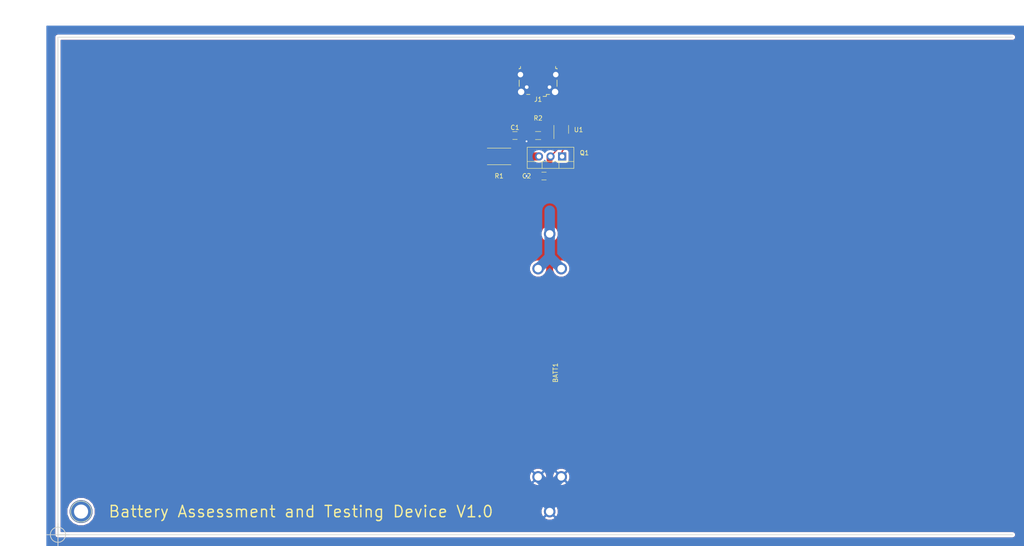
<source format=kicad_pcb>
(kicad_pcb (version 4) (host pcbnew 4.0.7)

  (general
    (links 26)
    (no_connects 12)
    (area 55.804999 38.024999 265.505001 147.395001)
    (thickness 1.6)
    (drawings 8)
    (tracks 39)
    (zones 0)
    (modules 9)
    (nets 7)
  )

  (page A4)
  (layers
    (0 F.Cu signal)
    (31 B.Cu signal)
    (32 B.Adhes user)
    (33 F.Adhes user)
    (34 B.Paste user)
    (35 F.Paste user)
    (36 B.SilkS user)
    (37 F.SilkS user)
    (38 B.Mask user)
    (39 F.Mask user)
    (40 Dwgs.User user)
    (41 Cmts.User user)
    (42 Eco1.User user)
    (43 Eco2.User user)
    (44 Edge.Cuts user)
    (45 Margin user)
    (46 B.CrtYd user)
    (47 F.CrtYd user)
    (48 B.Fab user)
    (49 F.Fab user)
  )

  (setup
    (last_trace_width 0.25)
    (trace_clearance 0.2)
    (zone_clearance 0.508)
    (zone_45_only no)
    (trace_min 0.2)
    (segment_width 0.2)
    (edge_width 0.15)
    (via_size 0.7)
    (via_drill 0.4)
    (via_min_size 0.4)
    (via_min_drill 0.3)
    (uvia_size 0.3)
    (uvia_drill 0.1)
    (uvias_allowed no)
    (uvia_min_size 0.2)
    (uvia_min_drill 0.1)
    (pcb_text_width 0.3)
    (pcb_text_size 1.5 1.5)
    (mod_edge_width 0.15)
    (mod_text_size 1 1)
    (mod_text_width 0.15)
    (pad_size 1.52 1.52)
    (pad_drill 0.91)
    (pad_to_mask_clearance 0.2)
    (aux_axis_origin 55.88 147.32)
    (grid_origin 55.88 147.32)
    (visible_elements 7FFE7FFF)
    (pcbplotparams
      (layerselection 0x000f0_80000001)
      (usegerberextensions false)
      (excludeedgelayer true)
      (linewidth 0.100000)
      (plotframeref false)
      (viasonmask false)
      (mode 1)
      (useauxorigin false)
      (hpglpennumber 1)
      (hpglpenspeed 20)
      (hpglpendiameter 15)
      (hpglpenoverlay 2)
      (psnegative false)
      (psa4output false)
      (plotreference true)
      (plotvalue true)
      (plotinvisibletext false)
      (padsonsilk false)
      (subtractmaskfromsilk false)
      (outputformat 1)
      (mirror false)
      (drillshape 0)
      (scaleselection 1)
      (outputdirectory "Gerber Export/"))
  )

  (net 0 "")
  (net 1 +5V)
  (net 2 GND)
  (net 3 "Net-(J1-Pad2)")
  (net 4 "Net-(BATT1-Pad1)")
  (net 5 "Net-(Q1-Pad1)")
  (net 6 "Net-(Q1-Pad3)")

  (net_class Default "This is the default net class."
    (clearance 0.2)
    (trace_width 0.25)
    (via_dia 0.7)
    (via_drill 0.4)
    (uvia_dia 0.3)
    (uvia_drill 0.1)
    (add_net +5V)
    (add_net GND)
    (add_net "Net-(BATT1-Pad1)")
    (add_net "Net-(J1-Pad2)")
    (add_net "Net-(Q1-Pad1)")
    (add_net "Net-(Q1-Pad3)")
  )

  (module Library:18650 (layer F.Cu) (tedit 5A05D6D7) (tstamp 5A0627FE)
    (at 163.83 111.76 270)
    (path /5A681A3E)
    (fp_text reference BATT1 (at 0 -1.27 270) (layer F.SilkS)
      (effects (font (size 1 1) (thickness 0.15)))
    )
    (fp_text value Battery_Cell (at 0 -2.54 270) (layer F.Fab)
      (effects (font (size 1 1) (thickness 0.15)))
    )
    (pad 2 thru_hole circle (at 30.48 0 270) (size 2.54 2.54) (drill 1.651) (layers *.Cu *.Mask)
      (net 2 GND))
    (pad 2 thru_hole circle (at 22.86 2.54 270) (size 2.54 2.54) (drill 1.651) (layers *.Cu *.Mask)
      (net 2 GND))
    (pad 2 thru_hole circle (at 22.86 -2.54 270) (size 2.54 2.54) (drill 1.651) (layers *.Cu *.Mask)
      (net 2 GND))
    (pad 1 thru_hole circle (at -30.48 0 270) (size 2.54 2.54) (drill 1.651) (layers *.Cu *.Mask)
      (net 4 "Net-(BATT1-Pad1)"))
    (pad 1 thru_hole circle (at -22.86 2.54 270) (size 2.54 2.54) (drill 1.651) (layers *.Cu *.Mask)
      (net 4 "Net-(BATT1-Pad1)"))
    (pad 1 thru_hole circle (at -22.86 -2.54 270) (size 2.54 2.54) (drill 1.651) (layers *.Cu *.Mask)
      (net 4 "Net-(BATT1-Pad1)"))
  )

  (module Capacitors_SMD:C_0805_HandSoldering (layer F.Cu) (tedit 5A6804FE) (tstamp 5A04C40A)
    (at 156.21 59.69)
    (descr "Capacitor SMD 0805, hand soldering")
    (tags "capacitor 0805")
    (path /5A680F68)
    (attr smd)
    (fp_text reference C1 (at 0 -1.75) (layer F.SilkS)
      (effects (font (size 1 1) (thickness 0.15)))
    )
    (fp_text value 10uF (at 0 1.75) (layer F.Fab)
      (effects (font (size 1 1) (thickness 0.15)))
    )
    (fp_text user %R (at 0 -1.75 180) (layer F.Fab)
      (effects (font (size 1 1) (thickness 0.15)))
    )
    (fp_line (start -1 0.62) (end -1 -0.62) (layer F.Fab) (width 0.1))
    (fp_line (start 1 0.62) (end -1 0.62) (layer F.Fab) (width 0.1))
    (fp_line (start 1 -0.62) (end 1 0.62) (layer F.Fab) (width 0.1))
    (fp_line (start -1 -0.62) (end 1 -0.62) (layer F.Fab) (width 0.1))
    (fp_line (start 0.5 -0.85) (end -0.5 -0.85) (layer F.SilkS) (width 0.12))
    (fp_line (start -0.5 0.85) (end 0.5 0.85) (layer F.SilkS) (width 0.12))
    (fp_line (start -2.25 -0.88) (end 2.25 -0.88) (layer F.CrtYd) (width 0.05))
    (fp_line (start -2.25 -0.88) (end -2.25 0.87) (layer F.CrtYd) (width 0.05))
    (fp_line (start 2.25 0.87) (end 2.25 -0.88) (layer F.CrtYd) (width 0.05))
    (fp_line (start 2.25 0.87) (end -2.25 0.87) (layer F.CrtYd) (width 0.05))
    (pad 1 smd rect (at -1.25 0) (size 1.5 1.25) (layers F.Cu F.Paste F.Mask)
      (net 1 +5V))
    (pad 2 smd rect (at 1.25 0) (size 1.5 1.25) (layers F.Cu F.Paste F.Mask)
      (net 2 GND))
    (model Capacitors_SMD.3dshapes/C_0805.wrl
      (at (xyz 0 0 0))
      (scale (xyz 1 1 1))
      (rotate (xyz 0 0 0))
    )
  )

  (module Capacitors_SMD:C_0805_HandSoldering (layer F.Cu) (tedit 5A6804EC) (tstamp 5A04C41B)
    (at 162.58 68.58 180)
    (descr "Capacitor SMD 0805, hand soldering")
    (tags "capacitor 0805")
    (path /5A680F97)
    (attr smd)
    (fp_text reference C2 (at 3.81 0 180) (layer F.SilkS)
      (effects (font (size 1 1) (thickness 0.15)))
    )
    (fp_text value 10uF (at -3.81 0 180) (layer F.Fab)
      (effects (font (size 1 1) (thickness 0.15)))
    )
    (fp_text user %R (at 3.81 0 180) (layer F.Fab)
      (effects (font (size 1 1) (thickness 0.15)))
    )
    (fp_line (start -1 0.62) (end -1 -0.62) (layer F.Fab) (width 0.1))
    (fp_line (start 1 0.62) (end -1 0.62) (layer F.Fab) (width 0.1))
    (fp_line (start 1 -0.62) (end 1 0.62) (layer F.Fab) (width 0.1))
    (fp_line (start -1 -0.62) (end 1 -0.62) (layer F.Fab) (width 0.1))
    (fp_line (start 0.5 -0.85) (end -0.5 -0.85) (layer F.SilkS) (width 0.12))
    (fp_line (start -0.5 0.85) (end 0.5 0.85) (layer F.SilkS) (width 0.12))
    (fp_line (start -2.25 -0.88) (end 2.25 -0.88) (layer F.CrtYd) (width 0.05))
    (fp_line (start -2.25 -0.88) (end -2.25 0.87) (layer F.CrtYd) (width 0.05))
    (fp_line (start 2.25 0.87) (end 2.25 -0.88) (layer F.CrtYd) (width 0.05))
    (fp_line (start 2.25 0.87) (end -2.25 0.87) (layer F.CrtYd) (width 0.05))
    (pad 1 smd rect (at -1.25 0 180) (size 1.5 1.25) (layers F.Cu F.Paste F.Mask)
      (net 4 "Net-(BATT1-Pad1)"))
    (pad 2 smd rect (at 1.25 0 180) (size 1.5 1.25) (layers F.Cu F.Paste F.Mask)
      (net 2 GND))
    (model Capacitors_SMD.3dshapes/C_0805.wrl
      (at (xyz 0 0 0))
      (scale (xyz 1 1 1))
      (rotate (xyz 0 0 0))
    )
  )

  (module TO_SOT_Packages_THT:TO-220-3_Vertical (layer F.Cu) (tedit 5A680450) (tstamp 5A04C5AF)
    (at 166.557114 64.27879 180)
    (descr "TO-220-3, Vertical, RM 2.54mm")
    (tags "TO-220-3 Vertical RM 2.54mm")
    (path /5A680F83)
    (fp_text reference Q1 (at -4.892886 0.77879 180) (layer F.SilkS)
      (effects (font (size 1 1) (thickness 0.15)))
    )
    (fp_text value IPP45P03P4L-11 (at -9.972886 -0.49121 180) (layer F.Fab)
      (effects (font (size 1 1) (thickness 0.15)))
    )
    (fp_text user %R (at -4.892886 0.77879 180) (layer F.Fab)
      (effects (font (size 1 1) (thickness 0.15)))
    )
    (fp_line (start -2.46 -2.5) (end -2.46 1.9) (layer F.Fab) (width 0.1))
    (fp_line (start -2.46 1.9) (end 7.54 1.9) (layer F.Fab) (width 0.1))
    (fp_line (start 7.54 1.9) (end 7.54 -2.5) (layer F.Fab) (width 0.1))
    (fp_line (start 7.54 -2.5) (end -2.46 -2.5) (layer F.Fab) (width 0.1))
    (fp_line (start -2.46 -1.23) (end 7.54 -1.23) (layer F.Fab) (width 0.1))
    (fp_line (start 0.69 -2.5) (end 0.69 -1.23) (layer F.Fab) (width 0.1))
    (fp_line (start 4.39 -2.5) (end 4.39 -1.23) (layer F.Fab) (width 0.1))
    (fp_line (start -2.58 -2.62) (end 7.66 -2.62) (layer F.SilkS) (width 0.12))
    (fp_line (start -2.58 2.021) (end 7.66 2.021) (layer F.SilkS) (width 0.12))
    (fp_line (start -2.58 -2.62) (end -2.58 2.021) (layer F.SilkS) (width 0.12))
    (fp_line (start 7.66 -2.62) (end 7.66 2.021) (layer F.SilkS) (width 0.12))
    (fp_line (start -2.58 -1.11) (end 7.66 -1.11) (layer F.SilkS) (width 0.12))
    (fp_line (start 0.69 -2.62) (end 0.69 -1.11) (layer F.SilkS) (width 0.12))
    (fp_line (start 4.391 -2.62) (end 4.391 -1.11) (layer F.SilkS) (width 0.12))
    (fp_line (start -2.71 -2.75) (end -2.71 2.16) (layer F.CrtYd) (width 0.05))
    (fp_line (start -2.71 2.16) (end 7.79 2.16) (layer F.CrtYd) (width 0.05))
    (fp_line (start 7.79 2.16) (end 7.79 -2.75) (layer F.CrtYd) (width 0.05))
    (fp_line (start 7.79 -2.75) (end -2.71 -2.75) (layer F.CrtYd) (width 0.05))
    (pad 1 thru_hole rect (at 0 0 180) (size 1.8 1.8) (drill 1) (layers *.Cu *.Mask)
      (net 5 "Net-(Q1-Pad1)"))
    (pad 2 thru_hole oval (at 2.54 0 180) (size 1.8 1.8) (drill 1) (layers *.Cu *.Mask)
      (net 4 "Net-(BATT1-Pad1)"))
    (pad 3 thru_hole oval (at 5.08 0 180) (size 1.8 1.8) (drill 1) (layers *.Cu *.Mask)
      (net 6 "Net-(Q1-Pad3)"))
    (model ${KISYS3DMOD}/TO_SOT_Packages_THT.3dshapes/TO-220-3_Vertical.wrl
      (at (xyz 0.1 0 0))
      (scale (xyz 0.393701 0.393701 0.393701))
      (rotate (xyz 0 0 0))
    )
  )

  (module Resistors_SMD:R_2512_HandSoldering (layer F.Cu) (tedit 5A68059E) (tstamp 5A04C742)
    (at 152.727114 64.27879)
    (descr "Resistor SMD 2512, hand soldering")
    (tags "resistor 2512")
    (path /5A680F7C)
    (attr smd)
    (fp_text reference R1 (at 0 4.30121) (layer F.SilkS)
      (effects (font (size 1 1) (thickness 0.15)))
    )
    (fp_text value 50m (at 0 2.75) (layer F.Fab)
      (effects (font (size 1 1) (thickness 0.15)))
    )
    (fp_text user %R (at 0 0) (layer F.Fab)
      (effects (font (size 1 1) (thickness 0.15)))
    )
    (fp_line (start -3.15 1.6) (end -3.15 -1.6) (layer F.Fab) (width 0.1))
    (fp_line (start 3.15 1.6) (end -3.15 1.6) (layer F.Fab) (width 0.1))
    (fp_line (start 3.15 -1.6) (end 3.15 1.6) (layer F.Fab) (width 0.1))
    (fp_line (start -3.15 -1.6) (end 3.15 -1.6) (layer F.Fab) (width 0.1))
    (fp_line (start 2.6 1.82) (end -2.6 1.82) (layer F.SilkS) (width 0.12))
    (fp_line (start -2.6 -1.82) (end 2.6 -1.82) (layer F.SilkS) (width 0.12))
    (fp_line (start -5.56 -1.85) (end 5.55 -1.85) (layer F.CrtYd) (width 0.05))
    (fp_line (start -5.56 -1.85) (end -5.56 1.85) (layer F.CrtYd) (width 0.05))
    (fp_line (start 5.55 1.85) (end 5.55 -1.85) (layer F.CrtYd) (width 0.05))
    (fp_line (start 5.55 1.85) (end -5.56 1.85) (layer F.CrtYd) (width 0.05))
    (pad 1 smd rect (at -3.95 0) (size 2.7 3.2) (layers F.Cu F.Paste F.Mask)
      (net 1 +5V))
    (pad 2 smd rect (at 3.95 0) (size 2.7 3.2) (layers F.Cu F.Paste F.Mask)
      (net 6 "Net-(Q1-Pad3)"))
    (model ${KISYS3DMOD}/Resistors_SMD.3dshapes/R_2512.wrl
      (at (xyz 0 0 0))
      (scale (xyz 1 1 1))
      (rotate (xyz 0 0 0))
    )
  )

  (module Resistors_SMD:R_0805_HandSoldering (layer F.Cu) (tedit 5A6805AA) (tstamp 5A04C753)
    (at 161.29 59.69 180)
    (descr "Resistor SMD 0805, hand soldering")
    (tags "resistor 0805")
    (path /5A680F8A)
    (attr smd)
    (fp_text reference R2 (at 0 3.81 180) (layer F.SilkS)
      (effects (font (size 1 1) (thickness 0.15)))
    )
    (fp_text value 47k (at 0 1.75 180) (layer F.Fab)
      (effects (font (size 1 1) (thickness 0.15)))
    )
    (fp_text user R2 (at 0 0 180) (layer F.Fab)
      (effects (font (size 0.5 0.5) (thickness 0.075)))
    )
    (fp_line (start -1 0.62) (end -1 -0.62) (layer F.Fab) (width 0.1))
    (fp_line (start 1 0.62) (end -1 0.62) (layer F.Fab) (width 0.1))
    (fp_line (start 1 -0.62) (end 1 0.62) (layer F.Fab) (width 0.1))
    (fp_line (start -1 -0.62) (end 1 -0.62) (layer F.Fab) (width 0.1))
    (fp_line (start 0.6 0.88) (end -0.6 0.88) (layer F.SilkS) (width 0.12))
    (fp_line (start -0.6 -0.88) (end 0.6 -0.88) (layer F.SilkS) (width 0.12))
    (fp_line (start -2.35 -0.9) (end 2.35 -0.9) (layer F.CrtYd) (width 0.05))
    (fp_line (start -2.35 -0.9) (end -2.35 0.9) (layer F.CrtYd) (width 0.05))
    (fp_line (start 2.35 0.9) (end 2.35 -0.9) (layer F.CrtYd) (width 0.05))
    (fp_line (start 2.35 0.9) (end -2.35 0.9) (layer F.CrtYd) (width 0.05))
    (pad 1 smd rect (at -1.35 0 180) (size 1.5 1.3) (layers F.Cu F.Paste F.Mask)
      (net 1 +5V))
    (pad 2 smd rect (at 1.35 0 180) (size 1.5 1.3) (layers F.Cu F.Paste F.Mask)
      (net 2 GND))
    (model ${KISYS3DMOD}/Resistors_SMD.3dshapes/R_0805.wrl
      (at (xyz 0 0 0))
      (scale (xyz 1 1 1))
      (rotate (xyz 0 0 0))
    )
  )

  (module TO_SOT_Packages_SMD:SOT-23-6_Handsoldering (layer F.Cu) (tedit 5A680522) (tstamp 5A04CB7D)
    (at 166.37 58.34 90)
    (descr "6-pin SOT-23 package, Handsoldering")
    (tags "SOT-23-6 Handsoldering")
    (path /5A680F6F)
    (attr smd)
    (fp_text reference U1 (at -0.08 3.81 180) (layer F.SilkS)
      (effects (font (size 1 1) (thickness 0.15)))
    )
    (fp_text value MCP73826 (at -1.35 6.35 180) (layer F.Fab)
      (effects (font (size 1 1) (thickness 0.15)))
    )
    (fp_text user %R (at -0.08 0 180) (layer F.Fab)
      (effects (font (size 0.5 0.5) (thickness 0.075)))
    )
    (fp_line (start -0.9 1.61) (end 0.9 1.61) (layer F.SilkS) (width 0.12))
    (fp_line (start 0.9 -1.61) (end -2.05 -1.61) (layer F.SilkS) (width 0.12))
    (fp_line (start -2.4 1.8) (end -2.4 -1.8) (layer F.CrtYd) (width 0.05))
    (fp_line (start 2.4 1.8) (end -2.4 1.8) (layer F.CrtYd) (width 0.05))
    (fp_line (start 2.4 -1.8) (end 2.4 1.8) (layer F.CrtYd) (width 0.05))
    (fp_line (start -2.4 -1.8) (end 2.4 -1.8) (layer F.CrtYd) (width 0.05))
    (fp_line (start -0.9 -0.9) (end -0.25 -1.55) (layer F.Fab) (width 0.1))
    (fp_line (start 0.9 -1.55) (end -0.25 -1.55) (layer F.Fab) (width 0.1))
    (fp_line (start -0.9 -0.9) (end -0.9 1.55) (layer F.Fab) (width 0.1))
    (fp_line (start 0.9 1.55) (end -0.9 1.55) (layer F.Fab) (width 0.1))
    (fp_line (start 0.9 -1.55) (end 0.9 1.55) (layer F.Fab) (width 0.1))
    (pad 1 smd rect (at -1.35 -0.95 90) (size 1.56 0.65) (layers F.Cu F.Paste F.Mask)
      (net 1 +5V))
    (pad 2 smd rect (at -1.35 0 90) (size 1.56 0.65) (layers F.Cu F.Paste F.Mask)
      (net 2 GND))
    (pad 3 smd rect (at -1.35 0.95 90) (size 1.56 0.65) (layers F.Cu F.Paste F.Mask)
      (net 4 "Net-(BATT1-Pad1)"))
    (pad 4 smd rect (at 1.35 0.95 90) (size 1.56 0.65) (layers F.Cu F.Paste F.Mask)
      (net 5 "Net-(Q1-Pad1)"))
    (pad 6 smd rect (at 1.35 -0.95 90) (size 1.56 0.65) (layers F.Cu F.Paste F.Mask)
      (net 6 "Net-(Q1-Pad3)"))
    (pad 5 smd rect (at 1.35 0 90) (size 1.56 0.65) (layers F.Cu F.Paste F.Mask)
      (net 1 +5V))
    (model ${KISYS3DMOD}/TO_SOT_Packages_SMD.3dshapes/SOT-23-6.wrl
      (at (xyz 0 0 0))
      (scale (xyz 1 1 1))
      (rotate (xyz 0 0 0))
    )
  )

  (module Connectors:1pin (layer F.Cu) (tedit 5A270DDB) (tstamp 5A2706A9)
    (at 60.96 142.24)
    (descr "module 1 pin (ou trou mecanique de percage)")
    (tags DEV)
    (fp_text reference REF** (at 0 -3.048) (layer F.SilkS) hide
      (effects (font (size 1 1) (thickness 0.15)))
    )
    (fp_text value 1pin (at 0 3) (layer F.Fab)
      (effects (font (size 1 1) (thickness 0.15)))
    )
    (fp_circle (center 0 0) (end 2 0.8) (layer F.Fab) (width 0.1))
    (fp_circle (center 0 0) (end 2.6 0) (layer F.CrtYd) (width 0.05))
    (fp_circle (center 0 0) (end 0 -2.286) (layer F.SilkS) (width 0.12))
    (pad 1 thru_hole circle (at 0 0) (size 5 5) (drill 3.1) (layers *.Cu *.Mask))
  )

  (module Connectors_USB:USB_Micro-B_Wuerth-629105150521_CircularHoles (layer F.Cu) (tedit 59E3D6DD) (tstamp 5A680767)
    (at 161.29 48.26 180)
    (descr "USB Micro-B receptacle, http://www.mouser.com/ds/2/445/629105150521-469306.pdf")
    (tags "usb micro receptacle")
    (path /5A68266C)
    (attr smd)
    (fp_text reference J1 (at 0 -3.5 180) (layer F.SilkS)
      (effects (font (size 1 1) (thickness 0.15)))
    )
    (fp_text value USB_OTG (at 0 5.6 180) (layer F.Fab)
      (effects (font (size 1 1) (thickness 0.15)))
    )
    (fp_line (start -4 -2.25) (end -4 3.15) (layer F.Fab) (width 0.15))
    (fp_line (start -4 3.15) (end -3.7 3.15) (layer F.Fab) (width 0.15))
    (fp_line (start -3.7 3.15) (end -3.7 4.35) (layer F.Fab) (width 0.15))
    (fp_line (start -3.7 4.35) (end 3.7 4.35) (layer F.Fab) (width 0.15))
    (fp_line (start 3.7 4.35) (end 3.7 3.15) (layer F.Fab) (width 0.15))
    (fp_line (start 3.7 3.15) (end 4 3.15) (layer F.Fab) (width 0.15))
    (fp_line (start 4 3.15) (end 4 -2.25) (layer F.Fab) (width 0.15))
    (fp_line (start 4 -2.25) (end -4 -2.25) (layer F.Fab) (width 0.15))
    (fp_line (start -2.7 3.75) (end 2.7 3.75) (layer F.Fab) (width 0.15))
    (fp_line (start -1.075 -2.725) (end -1.3 -2.55) (layer F.Fab) (width 0.15))
    (fp_line (start -1.3 -2.55) (end -1.525 -2.725) (layer F.Fab) (width 0.15))
    (fp_line (start -1.525 -2.725) (end -1.525 -2.95) (layer F.Fab) (width 0.15))
    (fp_line (start -1.525 -2.95) (end -1.075 -2.95) (layer F.Fab) (width 0.15))
    (fp_line (start -1.075 -2.95) (end -1.075 -2.725) (layer F.Fab) (width 0.15))
    (fp_line (start -4.15 -0.65) (end -4.15 0.75) (layer F.SilkS) (width 0.15))
    (fp_line (start -4.15 3.15) (end -4.15 3.3) (layer F.SilkS) (width 0.15))
    (fp_line (start -4.15 3.3) (end -3.85 3.3) (layer F.SilkS) (width 0.15))
    (fp_line (start -3.85 3.3) (end -3.85 3.75) (layer F.SilkS) (width 0.15))
    (fp_line (start 3.85 3.75) (end 3.85 3.3) (layer F.SilkS) (width 0.15))
    (fp_line (start 3.85 3.3) (end 4.15 3.3) (layer F.SilkS) (width 0.15))
    (fp_line (start 4.15 3.3) (end 4.15 3.15) (layer F.SilkS) (width 0.15))
    (fp_line (start 4.15 0.75) (end 4.15 -0.65) (layer F.SilkS) (width 0.15))
    (fp_line (start -1.075 -2.825) (end -1.8 -2.825) (layer F.SilkS) (width 0.15))
    (fp_line (start -1.8 -2.825) (end -1.8 -2.4) (layer F.SilkS) (width 0.15))
    (fp_line (start -1.8 -2.4) (end -2.525 -2.4) (layer F.SilkS) (width 0.15))
    (fp_line (start 1.8 -2.4) (end 2.525 -2.4) (layer F.SilkS) (width 0.15))
    (fp_line (start -5.27 -3.34) (end -5.27 4.85) (layer F.CrtYd) (width 0.05))
    (fp_line (start -5.27 4.85) (end 5.28 4.85) (layer F.CrtYd) (width 0.05))
    (fp_line (start 5.28 4.85) (end 5.28 -3.34) (layer F.CrtYd) (width 0.05))
    (fp_line (start 5.28 -3.34) (end -5.27 -3.34) (layer F.CrtYd) (width 0.05))
    (fp_text user %R (at -10.795 -15.155001 180) (layer F.Fab)
      (effects (font (size 1 1) (thickness 0.15)))
    )
    (fp_text user "PCB Edge" (at 0 3.75 180) (layer Dwgs.User)
      (effects (font (size 0.5 0.5) (thickness 0.08)))
    )
    (pad 1 smd rect (at -1.3 -1.9 180) (size 0.45 1.3) (layers F.Cu F.Paste F.Mask)
      (net 1 +5V))
    (pad 2 smd rect (at -0.65 -1.9 180) (size 0.45 1.3) (layers F.Cu F.Paste F.Mask)
      (net 3 "Net-(J1-Pad2)"))
    (pad 3 smd rect (at 0 -1.9 180) (size 0.45 1.3) (layers F.Cu F.Paste F.Mask)
      (net 3 "Net-(J1-Pad2)"))
    (pad 4 smd rect (at 0.65 -1.9 180) (size 0.45 1.3) (layers F.Cu F.Paste F.Mask)
      (net 2 GND))
    (pad 5 smd rect (at 1.3 -1.9 180) (size 0.45 1.3) (layers F.Cu F.Paste F.Mask)
      (net 2 GND))
    (pad 6 thru_hole circle (at -3.725 -1.85 180) (size 2 2) (drill 1.4) (layers *.Cu *.Mask)
      (net 2 GND))
    (pad 6 thru_hole circle (at 3.725 -1.85 180) (size 2 2) (drill 1.4) (layers *.Cu *.Mask)
      (net 2 GND))
    (pad 6 thru_hole circle (at -3.875 1.95 180) (size 1.8 1.8) (drill 1.2) (layers *.Cu *.Mask)
      (net 2 GND))
    (pad 6 thru_hole circle (at 3.875 1.95 180) (size 1.8 1.8) (drill 1.2) (layers *.Cu *.Mask)
      (net 2 GND))
    (pad "" np_thru_hole circle (at -2.5 -0.8 180) (size 0.8 0.8) (drill 0.8) (layers *.Cu *.Mask))
    (pad "" np_thru_hole circle (at 2.5 -0.8 180) (size 0.8 0.8) (drill 0.8) (layers *.Cu *.Mask))
    (model ${KISYS3DMOD}/Connectors_USB.3dshapes/USB_Micro-B_Wuerth-629105150521_CircularHoles.wrl
      (at (xyz 0 0 0))
      (scale (xyz 1 1 1))
      (rotate (xyz 0 0 0))
    )
  )

  (gr_text "Battery Assessment and Testing Device V1.0" (at 109.22 142.24) (layer F.SilkS)
    (effects (font (size 2.5 2.5) (thickness 0.3)))
  )
  (dimension 109.22 (width 0.3) (layer Margin)
    (gr_text "4.3000 in" (at 49.45 92.71 90) (layer Margin)
      (effects (font (size 1.5 1.5) (thickness 0.3)))
    )
    (feature1 (pts (xy 55.88 38.1) (xy 48.1 38.1)))
    (feature2 (pts (xy 55.88 147.32) (xy 48.1 147.32)))
    (crossbar (pts (xy 50.8 147.32) (xy 50.8 38.1)))
    (arrow1a (pts (xy 50.8 38.1) (xy 51.386421 39.226504)))
    (arrow1b (pts (xy 50.8 38.1) (xy 50.213579 39.226504)))
    (arrow2a (pts (xy 50.8 147.32) (xy 51.386421 146.193496)))
    (arrow2b (pts (xy 50.8 147.32) (xy 50.213579 146.193496)))
  )
  (dimension 209.55 (width 0.3) (layer Margin)
    (gr_text "8.2500 in" (at 160.655 31.789405) (layer Margin)
      (effects (font (size 1.5 1.5) (thickness 0.3)))
    )
    (feature1 (pts (xy 265.43 38.1) (xy 265.43 30.439405)))
    (feature2 (pts (xy 55.88 38.1) (xy 55.88 30.439405)))
    (crossbar (pts (xy 55.88 33.139405) (xy 265.43 33.139405)))
    (arrow1a (pts (xy 265.43 33.139405) (xy 264.303496 33.725826)))
    (arrow1b (pts (xy 265.43 33.139405) (xy 264.303496 32.552984)))
    (arrow2a (pts (xy 55.88 33.139405) (xy 57.006504 33.725826)))
    (arrow2b (pts (xy 55.88 33.139405) (xy 57.006504 32.552984)))
  )
  (target plus (at 55.88 147.32) (size 5) (width 0.15) (layer Edge.Cuts))
  (target plus (at 55.88 147.32) (size 5) (width 0.15) (layer Edge.Cuts))
  (gr_line (start 265.43 38.1) (end 55.88 38.1) (layer Edge.Cuts) (width 0.15))
  (gr_line (start 55.88 147.32) (end 265.43 147.32) (layer Edge.Cuts) (width 0.15))
  (gr_line (start 55.88 38.1) (end 55.88 147.32) (layer Edge.Cuts) (width 0.15))

  (segment (start 162.78491 72.39) (end 161.938439 71.543529) (width 0.508) (layer B.Cu) (net 0))
  (segment (start 154.96 59.69) (end 154.96 55.9) (width 0.25) (layer F.Cu) (net 1) (status 10))
  (segment (start 148.777114 64.27879) (end 148.786758 64.27879) (width 0.25) (layer F.Cu) (net 1) (status 30))
  (segment (start 162.56 59.69) (end 165.42 59.69) (width 0.25) (layer F.Cu) (net 1) (status 30))
  (segment (start 161.33 68.58) (end 158.75 68.58) (width 0.508) (layer F.Cu) (net 2) (status 10))
  (via (at 158.75 68.58) (size 0.7) (drill 0.4) (layers F.Cu B.Cu) (net 2))
  (segment (start 166.37 59.69) (end 166.37 58.66) (width 0.508) (layer F.Cu) (net 2) (status 10))
  (segment (start 166.37 58.66) (end 166.079683 58.369683) (width 0.508) (layer F.Cu) (net 2))
  (segment (start 166.079683 58.369683) (end 158.459811 58.369683) (width 0.508) (layer F.Cu) (net 2))
  (segment (start 158.459811 58.369683) (end 157.46 59.369494) (width 0.508) (layer F.Cu) (net 2) (status 20))
  (segment (start 157.46 59.369494) (end 157.46 59.69) (width 0.25) (layer F.Cu) (net 2) (status 30))
  (via (at 158.75 60.96) (size 0.7) (drill 0.4) (layers F.Cu B.Cu) (net 2))
  (segment (start 158.75 59.69) (end 159.94 59.69) (width 0.508) (layer F.Cu) (net 2) (status 20))
  (segment (start 157.46 59.69) (end 158.75 59.69) (width 0.508) (layer F.Cu) (net 2) (status 10))
  (segment (start 158.75 59.69) (end 158.75 60.96) (width 0.508) (layer F.Cu) (net 2))
  (segment (start 166.37 134.62) (end 163.83 137.16) (width 2.286) (layer B.Cu) (net 2) (status 10))
  (segment (start 163.83 137.16) (end 163.83 142.24) (width 2.286) (layer B.Cu) (net 2) (status 20))
  (segment (start 161.29 134.62) (end 163.83 137.16) (width 2.286) (layer B.Cu) (net 2) (status 10))
  (segment (start 163.83 76.2) (end 163.83 81.28) (width 2.286) (layer B.Cu) (net 4) (status 30))
  (segment (start 163.802164 64.49374) (end 163.83 64.465904) (width 1.27) (layer F.Cu) (net 4) (status 30))
  (segment (start 163.802164 68.552164) (end 163.802164 64.49374) (width 1.27) (layer F.Cu) (net 4) (status 30))
  (segment (start 163.83 68.58) (end 163.802164 68.552164) (width 1.27) (layer F.Cu) (net 4) (status 30))
  (segment (start 163.83 68.58) (end 163.83 71.759439) (width 1.27) (layer F.Cu) (net 4) (status 10))
  (segment (start 163.83 71.759439) (end 161.29 74.299439) (width 1.27) (layer F.Cu) (net 4))
  (segment (start 163.83 64.465904) (end 164.017114 64.27879) (width 0.25) (layer F.Cu) (net 4) (status 30))
  (segment (start 167.32 59.69) (end 167.32 60.975904) (width 0.25) (layer F.Cu) (net 4) (status 10))
  (segment (start 167.32 60.975904) (end 164.017114 64.27879) (width 0.25) (layer F.Cu) (net 4) (status 20))
  (segment (start 163.83 81.28) (end 163.83 86.36) (width 2.286) (layer B.Cu) (net 4) (status 10))
  (segment (start 163.83 86.36) (end 161.29 88.9) (width 2.286) (layer B.Cu) (net 4) (status 20))
  (segment (start 163.83 86.36) (end 166.37 88.9) (width 2.286) (layer B.Cu) (net 4) (status 20))
  (segment (start 167.32 56.99) (end 167.32 58.02) (width 0.25) (layer F.Cu) (net 5) (status 10))
  (segment (start 167.32 58.02) (end 167.970001 58.670001) (width 0.25) (layer F.Cu) (net 5))
  (segment (start 167.970001 61.715903) (end 166.557114 63.12879) (width 0.25) (layer F.Cu) (net 5))
  (segment (start 166.557114 63.12879) (end 166.557114 64.27879) (width 0.25) (layer F.Cu) (net 5) (status 20))
  (segment (start 156.196977 58.810833) (end 156.196977 64.27879) (width 0.25) (layer F.Cu) (net 6) (status 20))
  (segment (start 156.196977 64.27879) (end 156.677114 64.27879) (width 0.25) (layer F.Cu) (net 6) (status 30))
  (segment (start 156.21 64.27879) (end 161.477114 64.27879) (width 1.778) (layer F.Cu) (net 6) (status 30))
  (segment (start 165.42 56.99) (end 158.01781 56.99) (width 0.25) (layer F.Cu) (net 6) (status 10))
  (segment (start 158.01781 56.99) (end 156.196977 58.810833) (width 0.25) (layer F.Cu) (net 6))

  (zone (net 2) (net_name GND) (layer B.Cu) (tstamp 0) (hatch edge 0.508)
    (connect_pads (clearance 0.508))
    (min_thickness 0.254)
    (fill yes (arc_segments 16) (thermal_gap 0.508) (thermal_bridge_width 0.508))
    (polygon
      (pts
        (xy 53.34 35.56) (xy 267.97 35.56) (xy 267.97 149.86) (xy 53.34 149.86)
      )
    )
    (filled_polygon
      (pts
        (xy 267.843 149.733) (xy 53.467 149.733) (xy 53.467 38.1) (xy 55.17 38.1) (xy 55.17 147.32)
        (xy 55.224046 147.591705) (xy 55.377954 147.822046) (xy 55.608295 147.975954) (xy 55.88 148.03) (xy 265.43 148.03)
        (xy 265.701705 147.975954) (xy 265.932046 147.822046) (xy 266.085954 147.591705) (xy 266.14 147.32) (xy 266.085954 147.048295)
        (xy 265.932046 146.817954) (xy 265.701705 146.664046) (xy 265.43 146.61) (xy 56.59 146.61) (xy 56.59 142.860854)
        (xy 57.824457 142.860854) (xy 58.300727 144.013515) (xy 59.181847 144.896174) (xy 60.333674 145.374454) (xy 61.580854 145.375543)
        (xy 62.733515 144.899273) (xy 63.616174 144.018153) (xy 63.794881 143.587777) (xy 162.661828 143.587777) (xy 162.79352 143.882657)
        (xy 163.501036 144.154261) (xy 164.258632 144.134436) (xy 164.86648 143.882657) (xy 164.998172 143.587777) (xy 163.83 142.419605)
        (xy 162.661828 143.587777) (xy 63.794881 143.587777) (xy 64.094454 142.866326) (xy 64.095288 141.911036) (xy 161.915739 141.911036)
        (xy 161.935564 142.668632) (xy 162.187343 143.27648) (xy 162.482223 143.408172) (xy 163.650395 142.24) (xy 164.009605 142.24)
        (xy 165.177777 143.408172) (xy 165.472657 143.27648) (xy 165.744261 142.568964) (xy 165.724436 141.811368) (xy 165.472657 141.20352)
        (xy 165.177777 141.071828) (xy 164.009605 142.24) (xy 163.650395 142.24) (xy 162.482223 141.071828) (xy 162.187343 141.20352)
        (xy 161.915739 141.911036) (xy 64.095288 141.911036) (xy 64.095543 141.619146) (xy 63.795185 140.892223) (xy 162.661828 140.892223)
        (xy 163.83 142.060395) (xy 164.998172 140.892223) (xy 164.86648 140.597343) (xy 164.158964 140.325739) (xy 163.401368 140.345564)
        (xy 162.79352 140.597343) (xy 162.661828 140.892223) (xy 63.795185 140.892223) (xy 63.619273 140.466485) (xy 62.738153 139.583826)
        (xy 61.586326 139.105546) (xy 60.339146 139.104457) (xy 59.186485 139.580727) (xy 58.303826 140.461847) (xy 57.825546 141.613674)
        (xy 57.824457 142.860854) (xy 56.59 142.860854) (xy 56.59 135.967777) (xy 160.121828 135.967777) (xy 160.25352 136.262657)
        (xy 160.961036 136.534261) (xy 161.718632 136.514436) (xy 162.32648 136.262657) (xy 162.458172 135.967777) (xy 165.201828 135.967777)
        (xy 165.33352 136.262657) (xy 166.041036 136.534261) (xy 166.798632 136.514436) (xy 167.40648 136.262657) (xy 167.538172 135.967777)
        (xy 166.37 134.799605) (xy 165.201828 135.967777) (xy 162.458172 135.967777) (xy 161.29 134.799605) (xy 160.121828 135.967777)
        (xy 56.59 135.967777) (xy 56.59 134.291036) (xy 159.375739 134.291036) (xy 159.395564 135.048632) (xy 159.647343 135.65648)
        (xy 159.942223 135.788172) (xy 161.110395 134.62) (xy 161.469605 134.62) (xy 162.637777 135.788172) (xy 162.932657 135.65648)
        (xy 163.204261 134.948964) (xy 163.187045 134.291036) (xy 164.455739 134.291036) (xy 164.475564 135.048632) (xy 164.727343 135.65648)
        (xy 165.022223 135.788172) (xy 166.190395 134.62) (xy 166.549605 134.62) (xy 167.717777 135.788172) (xy 168.012657 135.65648)
        (xy 168.284261 134.948964) (xy 168.264436 134.191368) (xy 168.012657 133.58352) (xy 167.717777 133.451828) (xy 166.549605 134.62)
        (xy 166.190395 134.62) (xy 165.022223 133.451828) (xy 164.727343 133.58352) (xy 164.455739 134.291036) (xy 163.187045 134.291036)
        (xy 163.184436 134.191368) (xy 162.932657 133.58352) (xy 162.637777 133.451828) (xy 161.469605 134.62) (xy 161.110395 134.62)
        (xy 159.942223 133.451828) (xy 159.647343 133.58352) (xy 159.375739 134.291036) (xy 56.59 134.291036) (xy 56.59 133.272223)
        (xy 160.121828 133.272223) (xy 161.29 134.440395) (xy 162.458172 133.272223) (xy 165.201828 133.272223) (xy 166.37 134.440395)
        (xy 167.538172 133.272223) (xy 167.40648 132.977343) (xy 166.698964 132.705739) (xy 165.941368 132.725564) (xy 165.33352 132.977343)
        (xy 165.201828 133.272223) (xy 162.458172 133.272223) (xy 162.32648 132.977343) (xy 161.618964 132.705739) (xy 160.861368 132.725564)
        (xy 160.25352 132.977343) (xy 160.121828 133.272223) (xy 56.59 133.272223) (xy 56.59 89.277265) (xy 159.38467 89.277265)
        (xy 159.674078 89.977686) (xy 160.209495 90.514039) (xy 160.90941 90.804668) (xy 161.667265 90.80533) (xy 162.367686 90.515922)
        (xy 162.904039 89.980505) (xy 163.031906 89.672566) (xy 163.83 88.874472) (xy 164.627942 89.672414) (xy 164.754078 89.977686)
        (xy 165.289495 90.514039) (xy 165.98941 90.804668) (xy 166.747265 90.80533) (xy 167.447686 90.515922) (xy 167.984039 89.980505)
        (xy 168.274668 89.28059) (xy 168.27533 88.522735) (xy 167.985922 87.822314) (xy 167.450505 87.285961) (xy 167.142566 87.158094)
        (xy 165.608 85.623528) (xy 165.608 81.965642) (xy 165.734668 81.66059) (xy 165.73533 80.902735) (xy 165.608 80.594573)
        (xy 165.608 76.2) (xy 165.472658 75.519589) (xy 165.087236 74.942764) (xy 164.510411 74.557342) (xy 163.83 74.422)
        (xy 163.149589 74.557342) (xy 162.572764 74.942764) (xy 162.187342 75.519589) (xy 162.052 76.2) (xy 162.052 80.594358)
        (xy 161.925332 80.89941) (xy 161.92467 81.657265) (xy 162.052 81.965427) (xy 162.052 85.623528) (xy 160.517586 87.157942)
        (xy 160.212314 87.284078) (xy 159.675961 87.819495) (xy 159.385332 88.51941) (xy 159.38467 89.277265) (xy 56.59 89.277265)
        (xy 56.59 64.27879) (xy 159.912042 64.27879) (xy 160.028887 64.866209) (xy 160.361633 65.364199) (xy 160.859623 65.696945)
        (xy 161.447042 65.81379) (xy 161.507186 65.81379) (xy 162.094605 65.696945) (xy 162.592595 65.364199) (xy 162.747114 65.132945)
        (xy 162.901633 65.364199) (xy 163.399623 65.696945) (xy 163.987042 65.81379) (xy 164.047186 65.81379) (xy 164.634605 65.696945)
        (xy 165.05514 65.415953) (xy 165.193024 65.630231) (xy 165.405224 65.775221) (xy 165.657114 65.82623) (xy 167.457114 65.82623)
        (xy 167.692431 65.781952) (xy 167.908555 65.64288) (xy 168.053545 65.43068) (xy 168.104554 65.17879) (xy 168.104554 63.37879)
        (xy 168.060276 63.143473) (xy 167.921204 62.927349) (xy 167.709004 62.782359) (xy 167.457114 62.73135) (xy 165.657114 62.73135)
        (xy 165.421797 62.775628) (xy 165.205673 62.9147) (xy 165.060683 63.1269) (xy 165.057395 63.143134) (xy 164.634605 62.860635)
        (xy 164.047186 62.74379) (xy 163.987042 62.74379) (xy 163.399623 62.860635) (xy 162.901633 63.193381) (xy 162.747114 63.424635)
        (xy 162.592595 63.193381) (xy 162.094605 62.860635) (xy 161.507186 62.74379) (xy 161.447042 62.74379) (xy 160.859623 62.860635)
        (xy 160.361633 63.193381) (xy 160.028887 63.691371) (xy 159.912042 64.27879) (xy 56.59 64.27879) (xy 56.59 38.81)
        (xy 265.43 38.81) (xy 265.701705 38.755954) (xy 265.932046 38.602046) (xy 266.085954 38.371705) (xy 266.14 38.1)
        (xy 266.085954 37.828295) (xy 265.932046 37.597954) (xy 265.701705 37.444046) (xy 265.43 37.39) (xy 55.88 37.39)
        (xy 55.608295 37.444046) (xy 55.377954 37.597954) (xy 55.224046 37.828295) (xy 55.17 38.1) (xy 53.467 38.1)
        (xy 53.467 35.687) (xy 267.843 35.687)
      )
    )
  )
  (zone (net 1) (net_name +5V) (layer F.Cu) (tstamp 0) (hatch edge 0.508)
    (connect_pads (clearance 0.508))
    (min_thickness 0.254)
    (fill yes (arc_segments 16) (thermal_gap 0.508) (thermal_bridge_width 0.508))
    (polygon
      (pts
        (xy 266.7 148.59) (xy 54.61 148.59) (xy 54.61 36.83) (xy 266.7 36.83)
      )
    )
    (filled_polygon
      (pts
        (xy 266.573 148.463) (xy 54.737 148.463) (xy 54.737 38.1) (xy 55.17 38.1) (xy 55.17 147.32)
        (xy 55.224046 147.591705) (xy 55.377954 147.822046) (xy 55.608295 147.975954) (xy 55.88 148.03) (xy 265.43 148.03)
        (xy 265.701705 147.975954) (xy 265.932046 147.822046) (xy 266.085954 147.591705) (xy 266.14 147.32) (xy 266.085954 147.048295)
        (xy 265.932046 146.817954) (xy 265.701705 146.664046) (xy 265.43 146.61) (xy 56.59 146.61) (xy 56.59 142.860854)
        (xy 57.824457 142.860854) (xy 58.300727 144.013515) (xy 59.181847 144.896174) (xy 60.333674 145.374454) (xy 61.580854 145.375543)
        (xy 62.733515 144.899273) (xy 63.616174 144.018153) (xy 64.094454 142.866326) (xy 64.094671 142.617265) (xy 161.92467 142.617265)
        (xy 162.214078 143.317686) (xy 162.749495 143.854039) (xy 163.44941 144.144668) (xy 164.207265 144.14533) (xy 164.907686 143.855922)
        (xy 165.444039 143.320505) (xy 165.734668 142.62059) (xy 165.73533 141.862735) (xy 165.445922 141.162314) (xy 164.910505 140.625961)
        (xy 164.21059 140.335332) (xy 163.452735 140.33467) (xy 162.752314 140.624078) (xy 162.215961 141.159495) (xy 161.925332 141.85941)
        (xy 161.92467 142.617265) (xy 64.094671 142.617265) (xy 64.095543 141.619146) (xy 63.619273 140.466485) (xy 62.738153 139.583826)
        (xy 61.586326 139.105546) (xy 60.339146 139.104457) (xy 59.186485 139.580727) (xy 58.303826 140.461847) (xy 57.825546 141.613674)
        (xy 57.824457 142.860854) (xy 56.59 142.860854) (xy 56.59 134.997265) (xy 159.38467 134.997265) (xy 159.674078 135.697686)
        (xy 160.209495 136.234039) (xy 160.90941 136.524668) (xy 161.667265 136.52533) (xy 162.367686 136.235922) (xy 162.904039 135.700505)
        (xy 163.194668 135.00059) (xy 163.19467 134.997265) (xy 164.46467 134.997265) (xy 164.754078 135.697686) (xy 165.289495 136.234039)
        (xy 165.98941 136.524668) (xy 166.747265 136.52533) (xy 167.447686 136.235922) (xy 167.984039 135.700505) (xy 168.274668 135.00059)
        (xy 168.27533 134.242735) (xy 167.985922 133.542314) (xy 167.450505 133.005961) (xy 166.75059 132.715332) (xy 165.992735 132.71467)
        (xy 165.292314 133.004078) (xy 164.755961 133.539495) (xy 164.465332 134.23941) (xy 164.46467 134.997265) (xy 163.19467 134.997265)
        (xy 163.19533 134.242735) (xy 162.905922 133.542314) (xy 162.370505 133.005961) (xy 161.67059 132.715332) (xy 160.912735 132.71467)
        (xy 160.212314 133.004078) (xy 159.675961 133.539495) (xy 159.385332 134.23941) (xy 159.38467 134.997265) (xy 56.59 134.997265)
        (xy 56.59 89.277265) (xy 159.38467 89.277265) (xy 159.674078 89.977686) (xy 160.209495 90.514039) (xy 160.90941 90.804668)
        (xy 161.667265 90.80533) (xy 162.367686 90.515922) (xy 162.904039 89.980505) (xy 163.194668 89.28059) (xy 163.19467 89.277265)
        (xy 164.46467 89.277265) (xy 164.754078 89.977686) (xy 165.289495 90.514039) (xy 165.98941 90.804668) (xy 166.747265 90.80533)
        (xy 167.447686 90.515922) (xy 167.984039 89.980505) (xy 168.274668 89.28059) (xy 168.27533 88.522735) (xy 167.985922 87.822314)
        (xy 167.450505 87.285961) (xy 166.75059 86.995332) (xy 165.992735 86.99467) (xy 165.292314 87.284078) (xy 164.755961 87.819495)
        (xy 164.465332 88.51941) (xy 164.46467 89.277265) (xy 163.19467 89.277265) (xy 163.19533 88.522735) (xy 162.905922 87.822314)
        (xy 162.370505 87.285961) (xy 161.67059 86.995332) (xy 160.912735 86.99467) (xy 160.212314 87.284078) (xy 159.675961 87.819495)
        (xy 159.385332 88.51941) (xy 159.38467 89.277265) (xy 56.59 89.277265) (xy 56.59 81.657265) (xy 161.92467 81.657265)
        (xy 162.214078 82.357686) (xy 162.749495 82.894039) (xy 163.44941 83.184668) (xy 164.207265 83.18533) (xy 164.907686 82.895922)
        (xy 165.444039 82.360505) (xy 165.734668 81.66059) (xy 165.73533 80.902735) (xy 165.445922 80.202314) (xy 164.910505 79.665961)
        (xy 164.21059 79.375332) (xy 163.452735 79.37467) (xy 162.752314 79.664078) (xy 162.215961 80.199495) (xy 161.925332 80.89941)
        (xy 161.92467 81.657265) (xy 56.59 81.657265) (xy 56.59 64.56454) (xy 146.792114 64.56454) (xy 146.792114 66.0051)
        (xy 146.888787 66.238489) (xy 147.067416 66.417117) (xy 147.300805 66.51379) (xy 148.491364 66.51379) (xy 148.650114 66.35504)
        (xy 148.650114 64.40579) (xy 148.904114 64.40579) (xy 148.904114 66.35504) (xy 149.062864 66.51379) (xy 150.253423 66.51379)
        (xy 150.486812 66.417117) (xy 150.665441 66.238489) (xy 150.762114 66.0051) (xy 150.762114 64.56454) (xy 150.603364 64.40579)
        (xy 148.904114 64.40579) (xy 148.650114 64.40579) (xy 146.950864 64.40579) (xy 146.792114 64.56454) (xy 56.59 64.56454)
        (xy 56.59 62.55248) (xy 146.792114 62.55248) (xy 146.792114 63.99304) (xy 146.950864 64.15179) (xy 148.650114 64.15179)
        (xy 148.650114 62.20254) (xy 148.904114 62.20254) (xy 148.904114 64.15179) (xy 150.603364 64.15179) (xy 150.762114 63.99304)
        (xy 150.762114 62.67879) (xy 154.679674 62.67879) (xy 154.679674 65.87879) (xy 154.723952 66.114107) (xy 154.863024 66.330231)
        (xy 155.075224 66.475221) (xy 155.327114 66.52623) (xy 158.027114 66.52623) (xy 158.262431 66.481952) (xy 158.478555 66.34288)
        (xy 158.623545 66.13068) (xy 158.674554 65.87879) (xy 158.674554 65.80279) (xy 161.391741 65.80279) (xy 161.447042 65.81379)
        (xy 161.507186 65.81379) (xy 162.094605 65.696945) (xy 162.532164 65.404578) (xy 162.532164 67.49541) (xy 162.33189 67.358569)
        (xy 162.08 67.30756) (xy 160.58 67.30756) (xy 160.344683 67.351838) (xy 160.128559 67.49091) (xy 159.991843 67.691)
        (xy 159.177568 67.691) (xy 158.946788 67.595172) (xy 158.554931 67.59483) (xy 158.192771 67.744471) (xy 157.915445 68.021314)
        (xy 157.765172 68.383212) (xy 157.76483 68.775069) (xy 157.914471 69.137229) (xy 158.191314 69.414555) (xy 158.553212 69.564828)
        (xy 158.945069 69.56517) (xy 159.177819 69.469) (xy 159.995295 69.469) (xy 160.11591 69.656441) (xy 160.32811 69.801431)
        (xy 160.58 69.85244) (xy 162.08 69.85244) (xy 162.315317 69.808162) (xy 162.531441 69.66909) (xy 162.56 69.627292)
        (xy 162.56 71.233388) (xy 160.391974 73.401413) (xy 160.116673 73.813431) (xy 160.019999 74.299439) (xy 160.116673 74.785447)
        (xy 160.391974 75.197465) (xy 160.803992 75.472766) (xy 161.29 75.56944) (xy 161.776008 75.472766) (xy 162.188026 75.197465)
        (xy 164.728023 72.657467) (xy 164.728026 72.657465) (xy 165.003327 72.245447) (xy 165.1 71.759439) (xy 165.1 69.568751)
        (xy 165.176431 69.45689) (xy 165.22744 69.205) (xy 165.22744 67.955) (xy 165.183162 67.719683) (xy 165.072164 67.547187)
        (xy 165.072164 65.442409) (xy 165.193024 65.630231) (xy 165.405224 65.775221) (xy 165.657114 65.82623) (xy 167.457114 65.82623)
        (xy 167.692431 65.781952) (xy 167.908555 65.64288) (xy 168.053545 65.43068) (xy 168.104554 65.17879) (xy 168.104554 63.37879)
        (xy 168.060276 63.143473) (xy 167.921204 62.927349) (xy 167.869016 62.89169) (xy 168.507402 62.253304) (xy 168.672149 62.006742)
        (xy 168.730001 61.715903) (xy 168.672149 61.425064) (xy 168.507402 61.178502) (xy 168.26084 61.013755) (xy 168.07964 60.977712)
        (xy 168.08 60.975904) (xy 168.08 60.944669) (xy 168.096441 60.93409) (xy 168.241431 60.72189) (xy 168.29244 60.47)
        (xy 168.29244 59.351035) (xy 168.507402 59.207402) (xy 168.672149 58.96084) (xy 168.730001 58.670001) (xy 168.672149 58.379161)
        (xy 168.507402 58.1326) (xy 168.267577 57.892775) (xy 168.29244 57.77) (xy 168.29244 56.21) (xy 168.248162 55.974683)
        (xy 168.10909 55.758559) (xy 167.89689 55.613569) (xy 167.645 55.56256) (xy 166.995 55.56256) (xy 166.854914 55.588919)
        (xy 166.82131 55.575) (xy 166.65575 55.575) (xy 166.497 55.73375) (xy 166.497 55.814051) (xy 166.398569 55.95811)
        (xy 166.370824 56.09512) (xy 166.348162 55.974683) (xy 166.243 55.811257) (xy 166.243 55.73375) (xy 166.08425 55.575)
        (xy 165.91869 55.575) (xy 165.881829 55.590268) (xy 165.745 55.56256) (xy 165.095 55.56256) (xy 164.859683 55.606838)
        (xy 164.643559 55.74591) (xy 164.498569 55.95811) (xy 164.44756 56.21) (xy 164.44756 56.23) (xy 158.01781 56.23)
        (xy 157.726971 56.287852) (xy 157.480409 56.452599) (xy 155.659576 58.273432) (xy 155.554961 58.43) (xy 155.24575 58.43)
        (xy 155.087 58.58875) (xy 155.087 59.563) (xy 155.107 59.563) (xy 155.107 59.817) (xy 155.087 59.817)
        (xy 155.087 60.79125) (xy 155.24575 60.95) (xy 155.436977 60.95) (xy 155.436977 62.03135) (xy 155.327114 62.03135)
        (xy 155.091797 62.075628) (xy 154.875673 62.2147) (xy 154.730683 62.4269) (xy 154.679674 62.67879) (xy 150.762114 62.67879)
        (xy 150.762114 62.55248) (xy 150.665441 62.319091) (xy 150.486812 62.140463) (xy 150.253423 62.04379) (xy 149.062864 62.04379)
        (xy 148.904114 62.20254) (xy 148.650114 62.20254) (xy 148.491364 62.04379) (xy 147.300805 62.04379) (xy 147.067416 62.140463)
        (xy 146.888787 62.319091) (xy 146.792114 62.55248) (xy 56.59 62.55248) (xy 56.59 59.97575) (xy 153.575 59.97575)
        (xy 153.575 60.44131) (xy 153.671673 60.674699) (xy 153.850302 60.853327) (xy 154.083691 60.95) (xy 154.67425 60.95)
        (xy 154.833 60.79125) (xy 154.833 59.817) (xy 153.73375 59.817) (xy 153.575 59.97575) (xy 56.59 59.97575)
        (xy 56.59 58.93869) (xy 153.575 58.93869) (xy 153.575 59.40425) (xy 153.73375 59.563) (xy 154.833 59.563)
        (xy 154.833 58.58875) (xy 154.67425 58.43) (xy 154.083691 58.43) (xy 153.850302 58.526673) (xy 153.671673 58.705301)
        (xy 153.575 58.93869) (xy 56.59 58.93869) (xy 56.59 38.81) (xy 265.43 38.81) (xy 265.701705 38.755954)
        (xy 265.932046 38.602046) (xy 266.085954 38.371705) (xy 266.14 38.1) (xy 266.085954 37.828295) (xy 265.932046 37.597954)
        (xy 265.701705 37.444046) (xy 265.43 37.39) (xy 55.88 37.39) (xy 55.608295 37.444046) (xy 55.377954 37.597954)
        (xy 55.224046 37.828295) (xy 55.17 38.1) (xy 54.737 38.1) (xy 54.737 36.957) (xy 266.573 36.957)
      )
    )
  )
)

</source>
